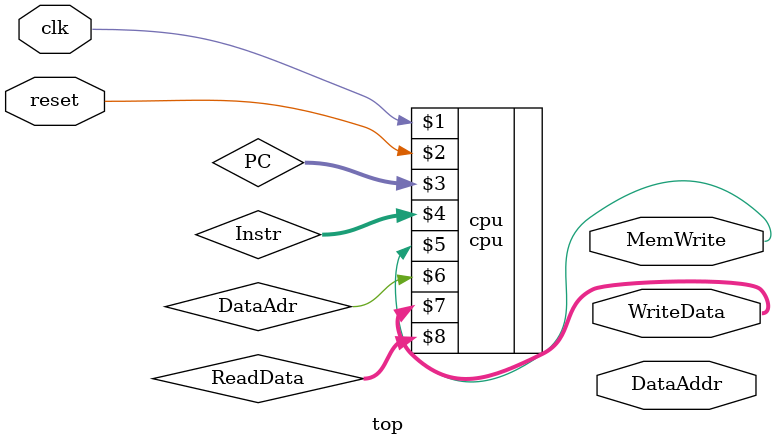
<source format=v>
module top(
	input wire clk, reset,
	output wire [31:0] WriteData, DataAddr,
	output wire MemWrite
);
	wire [31:0] PC, Instr, ReadData;
	// instantiate processor and memories
	cpu cpu(clk, reset, PC, Instr, MemWrite, DataAdr, WriteData, ReadData);
	// imem imem(PC, Instr);
	// dmem dmem(clk, MemWrite, DataAdr, WriteData, ReadData);
endmodule

</source>
